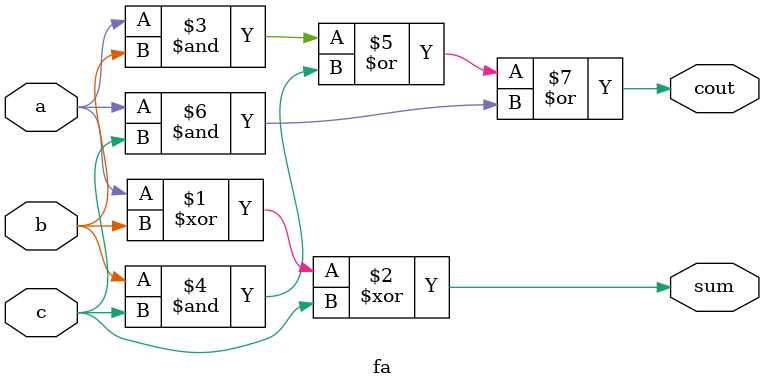
<source format=v>
module fa(sum,cout,a,b,c);
	input a,b,c;
	output sum,cout;
	assign sum=a^b^c;
	assign cout=(a&b)|(b&c)|(a&c);
endmodule

</source>
